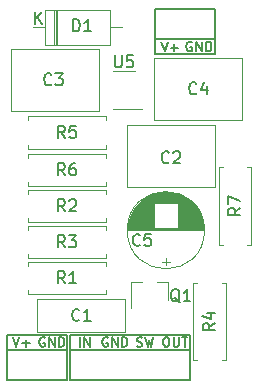
<source format=gto>
%TF.GenerationSoftware,KiCad,Pcbnew,(5.99.0-6613-ge739d5ba65)*%
%TF.CreationDate,2020-10-27T11:12:12+02:00*%
%TF.ProjectId,campanero-lima,63616d70-616e-4657-926f-2d6c696d612e,rev?*%
%TF.SameCoordinates,Original*%
%TF.FileFunction,Legend,Top*%
%TF.FilePolarity,Positive*%
%FSLAX46Y46*%
G04 Gerber Fmt 4.6, Leading zero omitted, Abs format (unit mm)*
G04 Created by KiCad (PCBNEW (5.99.0-6613-ge739d5ba65)) date 2020-10-27 11:12:12*
%MOMM*%
%LPD*%
G01*
G04 APERTURE LIST*
%ADD10C,0.150000*%
%ADD11C,0.120000*%
%ADD12C,0.127000*%
%ADD13C,1.600000*%
%ADD14O,1.600000X1.600000*%
%ADD15R,1.600000X1.600000*%
%ADD16R,2.200000X2.200000*%
%ADD17O,2.200000X2.200000*%
%ADD18R,1.930400X1.930400*%
%ADD19O,1.930400X1.930400*%
%ADD20R,1.060000X0.650000*%
%ADD21R,0.800000X0.900000*%
G04 APERTURE END LIST*
D10*
%TO.C,C2*%
X122936333Y-97512142D02*
X122888714Y-97559761D01*
X122745857Y-97607380D01*
X122650619Y-97607380D01*
X122507761Y-97559761D01*
X122412523Y-97464523D01*
X122364904Y-97369285D01*
X122317285Y-97178809D01*
X122317285Y-97035952D01*
X122364904Y-96845476D01*
X122412523Y-96750238D01*
X122507761Y-96655000D01*
X122650619Y-96607380D01*
X122745857Y-96607380D01*
X122888714Y-96655000D01*
X122936333Y-96702619D01*
X123317285Y-96702619D02*
X123364904Y-96655000D01*
X123460142Y-96607380D01*
X123698238Y-96607380D01*
X123793476Y-96655000D01*
X123841095Y-96702619D01*
X123888714Y-96797857D01*
X123888714Y-96893095D01*
X123841095Y-97035952D01*
X123269666Y-97607380D01*
X123888714Y-97607380D01*
%TO.C,R7*%
X128976380Y-101385666D02*
X128500190Y-101719000D01*
X128976380Y-101957095D02*
X127976380Y-101957095D01*
X127976380Y-101576142D01*
X128024000Y-101480904D01*
X128071619Y-101433285D01*
X128166857Y-101385666D01*
X128309714Y-101385666D01*
X128404952Y-101433285D01*
X128452571Y-101480904D01*
X128500190Y-101576142D01*
X128500190Y-101957095D01*
X127976380Y-101052333D02*
X127976380Y-100385666D01*
X128976380Y-100814238D01*
%TO.C,C5*%
X120483333Y-104497142D02*
X120435714Y-104544761D01*
X120292857Y-104592380D01*
X120197619Y-104592380D01*
X120054761Y-104544761D01*
X119959523Y-104449523D01*
X119911904Y-104354285D01*
X119864285Y-104163809D01*
X119864285Y-104020952D01*
X119911904Y-103830476D01*
X119959523Y-103735238D01*
X120054761Y-103640000D01*
X120197619Y-103592380D01*
X120292857Y-103592380D01*
X120435714Y-103640000D01*
X120483333Y-103687619D01*
X121388095Y-103592380D02*
X120911904Y-103592380D01*
X120864285Y-104068571D01*
X120911904Y-104020952D01*
X121007142Y-103973333D01*
X121245238Y-103973333D01*
X121340476Y-104020952D01*
X121388095Y-104068571D01*
X121435714Y-104163809D01*
X121435714Y-104401904D01*
X121388095Y-104497142D01*
X121340476Y-104544761D01*
X121245238Y-104592380D01*
X121007142Y-104592380D01*
X120911904Y-104544761D01*
X120864285Y-104497142D01*
%TO.C,R4*%
X126817380Y-111164666D02*
X126341190Y-111498000D01*
X126817380Y-111736095D02*
X125817380Y-111736095D01*
X125817380Y-111355142D01*
X125865000Y-111259904D01*
X125912619Y-111212285D01*
X126007857Y-111164666D01*
X126150714Y-111164666D01*
X126245952Y-111212285D01*
X126293571Y-111259904D01*
X126341190Y-111355142D01*
X126341190Y-111736095D01*
X126150714Y-110307523D02*
X126817380Y-110307523D01*
X125769761Y-110545619D02*
X126484047Y-110783714D01*
X126484047Y-110164666D01*
%TO.C,D1*%
X114831904Y-86431380D02*
X114831904Y-85431380D01*
X115070000Y-85431380D01*
X115212857Y-85479000D01*
X115308095Y-85574238D01*
X115355714Y-85669476D01*
X115403333Y-85859952D01*
X115403333Y-86002809D01*
X115355714Y-86193285D01*
X115308095Y-86288523D01*
X115212857Y-86383761D01*
X115070000Y-86431380D01*
X114831904Y-86431380D01*
X116355714Y-86431380D02*
X115784285Y-86431380D01*
X116070000Y-86431380D02*
X116070000Y-85431380D01*
X115974761Y-85574238D01*
X115879523Y-85669476D01*
X115784285Y-85717095D01*
X111625095Y-85796380D02*
X111625095Y-84796380D01*
X112196523Y-85796380D02*
X111767952Y-85224952D01*
X112196523Y-84796380D02*
X111625095Y-85367809D01*
%TO.C,R2*%
X114133333Y-101671380D02*
X113800000Y-101195190D01*
X113561904Y-101671380D02*
X113561904Y-100671380D01*
X113942857Y-100671380D01*
X114038095Y-100719000D01*
X114085714Y-100766619D01*
X114133333Y-100861857D01*
X114133333Y-101004714D01*
X114085714Y-101099952D01*
X114038095Y-101147571D01*
X113942857Y-101195190D01*
X113561904Y-101195190D01*
X114514285Y-100766619D02*
X114561904Y-100719000D01*
X114657142Y-100671380D01*
X114895238Y-100671380D01*
X114990476Y-100719000D01*
X115038095Y-100766619D01*
X115085714Y-100861857D01*
X115085714Y-100957095D01*
X115038095Y-101099952D01*
X114466666Y-101671380D01*
X115085714Y-101671380D01*
%TO.C,C3*%
X112990333Y-90908142D02*
X112942714Y-90955761D01*
X112799857Y-91003380D01*
X112704619Y-91003380D01*
X112561761Y-90955761D01*
X112466523Y-90860523D01*
X112418904Y-90765285D01*
X112371285Y-90574809D01*
X112371285Y-90431952D01*
X112418904Y-90241476D01*
X112466523Y-90146238D01*
X112561761Y-90051000D01*
X112704619Y-90003380D01*
X112799857Y-90003380D01*
X112942714Y-90051000D01*
X112990333Y-90098619D01*
X113323666Y-90003380D02*
X113942714Y-90003380D01*
X113609380Y-90384333D01*
X113752238Y-90384333D01*
X113847476Y-90431952D01*
X113895095Y-90479571D01*
X113942714Y-90574809D01*
X113942714Y-90812904D01*
X113895095Y-90908142D01*
X113847476Y-90955761D01*
X113752238Y-91003380D01*
X113466523Y-91003380D01*
X113371285Y-90955761D01*
X113323666Y-90908142D01*
%TO.C,J3*%
X122644000Y-112337904D02*
X122796380Y-112337904D01*
X122872571Y-112376000D01*
X122948761Y-112452190D01*
X122986857Y-112604571D01*
X122986857Y-112871238D01*
X122948761Y-113023619D01*
X122872571Y-113099809D01*
X122796380Y-113137904D01*
X122644000Y-113137904D01*
X122567809Y-113099809D01*
X122491619Y-113023619D01*
X122453523Y-112871238D01*
X122453523Y-112604571D01*
X122491619Y-112452190D01*
X122567809Y-112376000D01*
X122644000Y-112337904D01*
X123329714Y-112337904D02*
X123329714Y-112985523D01*
X123367809Y-113061714D01*
X123405904Y-113099809D01*
X123482095Y-113137904D01*
X123634476Y-113137904D01*
X123710666Y-113099809D01*
X123748761Y-113061714D01*
X123786857Y-112985523D01*
X123786857Y-112337904D01*
X124053523Y-112337904D02*
X124510666Y-112337904D01*
X124282095Y-113137904D02*
X124282095Y-112337904D01*
X117754476Y-112376000D02*
X117678285Y-112337904D01*
X117564000Y-112337904D01*
X117449714Y-112376000D01*
X117373523Y-112452190D01*
X117335428Y-112528380D01*
X117297333Y-112680761D01*
X117297333Y-112795047D01*
X117335428Y-112947428D01*
X117373523Y-113023619D01*
X117449714Y-113099809D01*
X117564000Y-113137904D01*
X117640190Y-113137904D01*
X117754476Y-113099809D01*
X117792571Y-113061714D01*
X117792571Y-112795047D01*
X117640190Y-112795047D01*
X118135428Y-113137904D02*
X118135428Y-112337904D01*
X118592571Y-113137904D01*
X118592571Y-112337904D01*
X118973523Y-113137904D02*
X118973523Y-112337904D01*
X119164000Y-112337904D01*
X119278285Y-112376000D01*
X119354476Y-112452190D01*
X119392571Y-112528380D01*
X119430666Y-112680761D01*
X119430666Y-112795047D01*
X119392571Y-112947428D01*
X119354476Y-113023619D01*
X119278285Y-113099809D01*
X119164000Y-113137904D01*
X118973523Y-113137904D01*
X115404952Y-113137904D02*
X115404952Y-112337904D01*
X115785904Y-113137904D02*
X115785904Y-112337904D01*
X116243047Y-113137904D01*
X116243047Y-112337904D01*
X120218285Y-113099809D02*
X120332571Y-113137904D01*
X120523047Y-113137904D01*
X120599238Y-113099809D01*
X120637333Y-113061714D01*
X120675428Y-112985523D01*
X120675428Y-112909333D01*
X120637333Y-112833142D01*
X120599238Y-112795047D01*
X120523047Y-112756952D01*
X120370666Y-112718857D01*
X120294476Y-112680761D01*
X120256380Y-112642666D01*
X120218285Y-112566476D01*
X120218285Y-112490285D01*
X120256380Y-112414095D01*
X120294476Y-112376000D01*
X120370666Y-112337904D01*
X120561142Y-112337904D01*
X120675428Y-112376000D01*
X120942095Y-112337904D02*
X121132571Y-113137904D01*
X121284952Y-112566476D01*
X121437333Y-113137904D01*
X121627809Y-112337904D01*
%TO.C,C1*%
X115363333Y-110847142D02*
X115315714Y-110894761D01*
X115172857Y-110942380D01*
X115077619Y-110942380D01*
X114934761Y-110894761D01*
X114839523Y-110799523D01*
X114791904Y-110704285D01*
X114744285Y-110513809D01*
X114744285Y-110370952D01*
X114791904Y-110180476D01*
X114839523Y-110085238D01*
X114934761Y-109990000D01*
X115077619Y-109942380D01*
X115172857Y-109942380D01*
X115315714Y-109990000D01*
X115363333Y-110037619D01*
X116315714Y-110942380D02*
X115744285Y-110942380D01*
X116030000Y-110942380D02*
X116030000Y-109942380D01*
X115934761Y-110085238D01*
X115839523Y-110180476D01*
X115744285Y-110228095D01*
%TO.C,R6*%
X114133333Y-98623380D02*
X113800000Y-98147190D01*
X113561904Y-98623380D02*
X113561904Y-97623380D01*
X113942857Y-97623380D01*
X114038095Y-97671000D01*
X114085714Y-97718619D01*
X114133333Y-97813857D01*
X114133333Y-97956714D01*
X114085714Y-98051952D01*
X114038095Y-98099571D01*
X113942857Y-98147190D01*
X113561904Y-98147190D01*
X114990476Y-97623380D02*
X114800000Y-97623380D01*
X114704761Y-97671000D01*
X114657142Y-97718619D01*
X114561904Y-97861476D01*
X114514285Y-98051952D01*
X114514285Y-98432904D01*
X114561904Y-98528142D01*
X114609523Y-98575761D01*
X114704761Y-98623380D01*
X114895238Y-98623380D01*
X114990476Y-98575761D01*
X115038095Y-98528142D01*
X115085714Y-98432904D01*
X115085714Y-98194809D01*
X115038095Y-98099571D01*
X114990476Y-98051952D01*
X114895238Y-98004333D01*
X114704761Y-98004333D01*
X114609523Y-98051952D01*
X114561904Y-98099571D01*
X114514285Y-98194809D01*
%TO.C,J1*%
X122301095Y-87318904D02*
X122567761Y-88118904D01*
X122834428Y-87318904D01*
X123101095Y-87814142D02*
X123710619Y-87814142D01*
X123405857Y-88118904D02*
X123405857Y-87509380D01*
X124866476Y-87357000D02*
X124790285Y-87318904D01*
X124676000Y-87318904D01*
X124561714Y-87357000D01*
X124485523Y-87433190D01*
X124447428Y-87509380D01*
X124409333Y-87661761D01*
X124409333Y-87776047D01*
X124447428Y-87928428D01*
X124485523Y-88004619D01*
X124561714Y-88080809D01*
X124676000Y-88118904D01*
X124752190Y-88118904D01*
X124866476Y-88080809D01*
X124904571Y-88042714D01*
X124904571Y-87776047D01*
X124752190Y-87776047D01*
X125247428Y-88118904D02*
X125247428Y-87318904D01*
X125704571Y-88118904D01*
X125704571Y-87318904D01*
X126085523Y-88118904D02*
X126085523Y-87318904D01*
X126276000Y-87318904D01*
X126390285Y-87357000D01*
X126466476Y-87433190D01*
X126504571Y-87509380D01*
X126542666Y-87661761D01*
X126542666Y-87776047D01*
X126504571Y-87928428D01*
X126466476Y-88004619D01*
X126390285Y-88080809D01*
X126276000Y-88118904D01*
X126085523Y-88118904D01*
%TO.C,U5*%
X118364095Y-88479380D02*
X118364095Y-89288904D01*
X118411714Y-89384142D01*
X118459333Y-89431761D01*
X118554571Y-89479380D01*
X118745047Y-89479380D01*
X118840285Y-89431761D01*
X118887904Y-89384142D01*
X118935523Y-89288904D01*
X118935523Y-88479380D01*
X119887904Y-88479380D02*
X119411714Y-88479380D01*
X119364095Y-88955571D01*
X119411714Y-88907952D01*
X119506952Y-88860333D01*
X119745047Y-88860333D01*
X119840285Y-88907952D01*
X119887904Y-88955571D01*
X119935523Y-89050809D01*
X119935523Y-89288904D01*
X119887904Y-89384142D01*
X119840285Y-89431761D01*
X119745047Y-89479380D01*
X119506952Y-89479380D01*
X119411714Y-89431761D01*
X119364095Y-89384142D01*
%TO.C,J2*%
X112420476Y-112376000D02*
X112344285Y-112337904D01*
X112230000Y-112337904D01*
X112115714Y-112376000D01*
X112039523Y-112452190D01*
X112001428Y-112528380D01*
X111963333Y-112680761D01*
X111963333Y-112795047D01*
X112001428Y-112947428D01*
X112039523Y-113023619D01*
X112115714Y-113099809D01*
X112230000Y-113137904D01*
X112306190Y-113137904D01*
X112420476Y-113099809D01*
X112458571Y-113061714D01*
X112458571Y-112795047D01*
X112306190Y-112795047D01*
X112801428Y-113137904D02*
X112801428Y-112337904D01*
X113258571Y-113137904D01*
X113258571Y-112337904D01*
X113639523Y-113137904D02*
X113639523Y-112337904D01*
X113830000Y-112337904D01*
X113944285Y-112376000D01*
X114020476Y-112452190D01*
X114058571Y-112528380D01*
X114096666Y-112680761D01*
X114096666Y-112795047D01*
X114058571Y-112947428D01*
X114020476Y-113023619D01*
X113944285Y-113099809D01*
X113830000Y-113137904D01*
X113639523Y-113137904D01*
X109728095Y-112337904D02*
X109994761Y-113137904D01*
X110261428Y-112337904D01*
X110528095Y-112833142D02*
X111137619Y-112833142D01*
X110832857Y-113137904D02*
X110832857Y-112528380D01*
%TO.C,R5*%
X114133333Y-95448380D02*
X113800000Y-94972190D01*
X113561904Y-95448380D02*
X113561904Y-94448380D01*
X113942857Y-94448380D01*
X114038095Y-94496000D01*
X114085714Y-94543619D01*
X114133333Y-94638857D01*
X114133333Y-94781714D01*
X114085714Y-94876952D01*
X114038095Y-94924571D01*
X113942857Y-94972190D01*
X113561904Y-94972190D01*
X115038095Y-94448380D02*
X114561904Y-94448380D01*
X114514285Y-94924571D01*
X114561904Y-94876952D01*
X114657142Y-94829333D01*
X114895238Y-94829333D01*
X114990476Y-94876952D01*
X115038095Y-94924571D01*
X115085714Y-95019809D01*
X115085714Y-95257904D01*
X115038095Y-95353142D01*
X114990476Y-95400761D01*
X114895238Y-95448380D01*
X114657142Y-95448380D01*
X114561904Y-95400761D01*
X114514285Y-95353142D01*
%TO.C,R1*%
X114133333Y-107767380D02*
X113800000Y-107291190D01*
X113561904Y-107767380D02*
X113561904Y-106767380D01*
X113942857Y-106767380D01*
X114038095Y-106815000D01*
X114085714Y-106862619D01*
X114133333Y-106957857D01*
X114133333Y-107100714D01*
X114085714Y-107195952D01*
X114038095Y-107243571D01*
X113942857Y-107291190D01*
X113561904Y-107291190D01*
X115085714Y-107767380D02*
X114514285Y-107767380D01*
X114800000Y-107767380D02*
X114800000Y-106767380D01*
X114704761Y-106910238D01*
X114609523Y-107005476D01*
X114514285Y-107053095D01*
%TO.C,C4*%
X125269333Y-91670142D02*
X125221714Y-91717761D01*
X125078857Y-91765380D01*
X124983619Y-91765380D01*
X124840761Y-91717761D01*
X124745523Y-91622523D01*
X124697904Y-91527285D01*
X124650285Y-91336809D01*
X124650285Y-91193952D01*
X124697904Y-91003476D01*
X124745523Y-90908238D01*
X124840761Y-90813000D01*
X124983619Y-90765380D01*
X125078857Y-90765380D01*
X125221714Y-90813000D01*
X125269333Y-90860619D01*
X126126476Y-91098714D02*
X126126476Y-91765380D01*
X125888380Y-90717761D02*
X125650285Y-91432047D01*
X126269333Y-91432047D01*
%TO.C,Q1*%
X123856761Y-109386619D02*
X123761523Y-109339000D01*
X123666285Y-109243761D01*
X123523428Y-109100904D01*
X123428190Y-109053285D01*
X123332952Y-109053285D01*
X123380571Y-109291380D02*
X123285333Y-109243761D01*
X123190095Y-109148523D01*
X123142476Y-108958047D01*
X123142476Y-108624714D01*
X123190095Y-108434238D01*
X123285333Y-108339000D01*
X123380571Y-108291380D01*
X123571047Y-108291380D01*
X123666285Y-108339000D01*
X123761523Y-108434238D01*
X123809142Y-108624714D01*
X123809142Y-108958047D01*
X123761523Y-109148523D01*
X123666285Y-109243761D01*
X123571047Y-109291380D01*
X123380571Y-109291380D01*
X124761523Y-109291380D02*
X124190095Y-109291380D01*
X124475809Y-109291380D02*
X124475809Y-108291380D01*
X124380571Y-108434238D01*
X124285333Y-108529476D01*
X124190095Y-108577095D01*
%TO.C,R3*%
X114133333Y-104719380D02*
X113800000Y-104243190D01*
X113561904Y-104719380D02*
X113561904Y-103719380D01*
X113942857Y-103719380D01*
X114038095Y-103767000D01*
X114085714Y-103814619D01*
X114133333Y-103909857D01*
X114133333Y-104052714D01*
X114085714Y-104147952D01*
X114038095Y-104195571D01*
X113942857Y-104243190D01*
X113561904Y-104243190D01*
X114466666Y-103719380D02*
X115085714Y-103719380D01*
X114752380Y-104100333D01*
X114895238Y-104100333D01*
X114990476Y-104147952D01*
X115038095Y-104195571D01*
X115085714Y-104290809D01*
X115085714Y-104528904D01*
X115038095Y-104624142D01*
X114990476Y-104671761D01*
X114895238Y-104719380D01*
X114609523Y-104719380D01*
X114514285Y-104671761D01*
X114466666Y-104624142D01*
D11*
%TO.C,C2*%
X126823000Y-99648000D02*
X119383000Y-99648000D01*
X119383000Y-99648000D02*
X119383000Y-94408000D01*
X126823000Y-99648000D02*
X126823000Y-94408000D01*
X126823000Y-94408000D02*
X119383000Y-94408000D01*
%TO.C,R7*%
X127154000Y-97949000D02*
X127484000Y-97949000D01*
X129564000Y-104489000D02*
X129894000Y-104489000D01*
X129894000Y-104489000D02*
X129894000Y-97949000D01*
X127154000Y-104489000D02*
X127154000Y-97949000D01*
X127484000Y-104489000D02*
X127154000Y-104489000D01*
X129894000Y-97949000D02*
X129564000Y-97949000D01*
%TO.C,C5*%
X120906000Y-100550000D02*
X124458000Y-100550000D01*
X120968000Y-100510000D02*
X124396000Y-100510000D01*
X119649000Y-102150000D02*
X121642000Y-102150000D01*
X120848000Y-100590000D02*
X124516000Y-100590000D01*
X120377000Y-100990000D02*
X121642000Y-100990000D01*
X123722000Y-101430000D02*
X125346000Y-101430000D01*
X119471000Y-102911000D02*
X121642000Y-102911000D01*
X119476000Y-102871000D02*
X121642000Y-102871000D01*
X121250000Y-100350000D02*
X124114000Y-100350000D01*
X119493000Y-102751000D02*
X121642000Y-102751000D01*
X123722000Y-101310000D02*
X125260000Y-101310000D01*
X119454000Y-103151000D02*
X125910000Y-103151000D01*
X119455000Y-103111000D02*
X125909000Y-103111000D01*
X121101000Y-100430000D02*
X124263000Y-100430000D01*
X121880000Y-100110000D02*
X123484000Y-100110000D01*
X119608000Y-102270000D02*
X121642000Y-102270000D01*
X123722000Y-101270000D02*
X125230000Y-101270000D01*
X123722000Y-101350000D02*
X125289000Y-101350000D01*
X120018000Y-101430000D02*
X121642000Y-101430000D01*
X120046000Y-101390000D02*
X121642000Y-101390000D01*
X123722000Y-102230000D02*
X125743000Y-102230000D01*
X123722000Y-102110000D02*
X125700000Y-102110000D01*
X119940000Y-101550000D02*
X121642000Y-101550000D01*
X123722000Y-101190000D02*
X125166000Y-101190000D01*
X123722000Y-101910000D02*
X125616000Y-101910000D01*
X119452000Y-103271000D02*
X125912000Y-103271000D01*
X119460000Y-103031000D02*
X121642000Y-103031000D01*
X119464000Y-102991000D02*
X121642000Y-102991000D01*
X121173000Y-100390000D02*
X124191000Y-100390000D01*
X119848000Y-101710000D02*
X121642000Y-101710000D01*
X123722000Y-102711000D02*
X125864000Y-102711000D01*
X119532000Y-102550000D02*
X121642000Y-102550000D01*
X119523000Y-102591000D02*
X121642000Y-102591000D01*
X120687000Y-100710000D02*
X124677000Y-100710000D01*
X123722000Y-102150000D02*
X125715000Y-102150000D01*
X123722000Y-101390000D02*
X125318000Y-101390000D01*
X123722000Y-101590000D02*
X125448000Y-101590000D01*
X123722000Y-102631000D02*
X125849000Y-102631000D01*
X122682000Y-106238000D02*
X122682000Y-105608000D01*
X123722000Y-102510000D02*
X125823000Y-102510000D01*
X119584000Y-102350000D02*
X121642000Y-102350000D01*
X119730000Y-101950000D02*
X121642000Y-101950000D01*
X119748000Y-101910000D02*
X121642000Y-101910000D01*
X119806000Y-101790000D02*
X121642000Y-101790000D01*
X120266000Y-101110000D02*
X121642000Y-101110000D01*
X119664000Y-102110000D02*
X121642000Y-102110000D01*
X120339000Y-101030000D02*
X121642000Y-101030000D01*
X120104000Y-101310000D02*
X121642000Y-101310000D01*
X123722000Y-102310000D02*
X125768000Y-102310000D01*
X120302000Y-101070000D02*
X121642000Y-101070000D01*
X119712000Y-101990000D02*
X121642000Y-101990000D01*
X123722000Y-102751000D02*
X125871000Y-102751000D01*
X123722000Y-101830000D02*
X125578000Y-101830000D01*
X121623000Y-100190000D02*
X123741000Y-100190000D01*
X123722000Y-102991000D02*
X125900000Y-102991000D01*
X120545000Y-100830000D02*
X124819000Y-100830000D01*
X123722000Y-102190000D02*
X125729000Y-102190000D01*
X123722000Y-101030000D02*
X125025000Y-101030000D01*
X123722000Y-101510000D02*
X125398000Y-101510000D01*
X123722000Y-102591000D02*
X125841000Y-102591000D01*
X119551000Y-102470000D02*
X121642000Y-102470000D01*
X123722000Y-101110000D02*
X125098000Y-101110000D01*
X123722000Y-102831000D02*
X125883000Y-102831000D01*
X122049000Y-100070000D02*
X123315000Y-100070000D01*
X119481000Y-102831000D02*
X121642000Y-102831000D01*
X123722000Y-102430000D02*
X125803000Y-102430000D01*
X119458000Y-103071000D02*
X125906000Y-103071000D01*
X121332000Y-100310000D02*
X124032000Y-100310000D01*
X119826000Y-101750000D02*
X121642000Y-101750000D01*
X119507000Y-102671000D02*
X121642000Y-102671000D01*
X121032000Y-100470000D02*
X124332000Y-100470000D01*
X123722000Y-101750000D02*
X125538000Y-101750000D01*
X123722000Y-101550000D02*
X125424000Y-101550000D01*
X123722000Y-102350000D02*
X125780000Y-102350000D01*
X121517000Y-100230000D02*
X123847000Y-100230000D01*
X123722000Y-101670000D02*
X125494000Y-101670000D01*
X119500000Y-102711000D02*
X121642000Y-102711000D01*
X120500000Y-100870000D02*
X124864000Y-100870000D01*
X119487000Y-102791000D02*
X121642000Y-102791000D01*
X123722000Y-102791000D02*
X125877000Y-102791000D01*
X119786000Y-101830000D02*
X121642000Y-101830000D01*
X123722000Y-101950000D02*
X125634000Y-101950000D01*
X123722000Y-101470000D02*
X125372000Y-101470000D01*
X123722000Y-102871000D02*
X125888000Y-102871000D01*
X123722000Y-102390000D02*
X125792000Y-102390000D01*
X122367000Y-105923000D02*
X122997000Y-105923000D01*
X120075000Y-101350000D02*
X121642000Y-101350000D01*
X119452000Y-103191000D02*
X125912000Y-103191000D01*
X123722000Y-101070000D02*
X125062000Y-101070000D01*
X121742000Y-100150000D02*
X123622000Y-100150000D01*
X120232000Y-101150000D02*
X121642000Y-101150000D01*
X123722000Y-102470000D02*
X125813000Y-102470000D01*
X120590000Y-100790000D02*
X124774000Y-100790000D01*
X123722000Y-101990000D02*
X125652000Y-101990000D01*
X123722000Y-101710000D02*
X125516000Y-101710000D01*
X123722000Y-102070000D02*
X125684000Y-102070000D01*
X119596000Y-102310000D02*
X121642000Y-102310000D01*
X120738000Y-100670000D02*
X124626000Y-100670000D01*
X123722000Y-102951000D02*
X125897000Y-102951000D01*
X119892000Y-101630000D02*
X121642000Y-101630000D01*
X123722000Y-101230000D02*
X125198000Y-101230000D01*
X123722000Y-102550000D02*
X125832000Y-102550000D01*
X119635000Y-102190000D02*
X121642000Y-102190000D01*
X119621000Y-102230000D02*
X121642000Y-102230000D01*
X123722000Y-101870000D02*
X125598000Y-101870000D01*
X122280000Y-100030000D02*
X123084000Y-100030000D01*
X123722000Y-101150000D02*
X125132000Y-101150000D01*
X123722000Y-102671000D02*
X125857000Y-102671000D01*
X119680000Y-102070000D02*
X121642000Y-102070000D01*
X123722000Y-102270000D02*
X125756000Y-102270000D01*
X119467000Y-102951000D02*
X121642000Y-102951000D01*
X120198000Y-101190000D02*
X121642000Y-101190000D01*
X123722000Y-100990000D02*
X124987000Y-100990000D01*
X119541000Y-102510000D02*
X121642000Y-102510000D01*
X123722000Y-102911000D02*
X125893000Y-102911000D01*
X119561000Y-102430000D02*
X121642000Y-102430000D01*
X123722000Y-102030000D02*
X125668000Y-102030000D01*
X119766000Y-101870000D02*
X121642000Y-101870000D01*
X119870000Y-101670000D02*
X121642000Y-101670000D01*
X119992000Y-101470000D02*
X121642000Y-101470000D01*
X120166000Y-101230000D02*
X121642000Y-101230000D01*
X120458000Y-100910000D02*
X124906000Y-100910000D01*
X121420000Y-100270000D02*
X123944000Y-100270000D01*
X119916000Y-101590000D02*
X121642000Y-101590000D01*
X123722000Y-101790000D02*
X125558000Y-101790000D01*
X120134000Y-101270000D02*
X121642000Y-101270000D01*
X120638000Y-100750000D02*
X124726000Y-100750000D01*
X119515000Y-102631000D02*
X121642000Y-102631000D01*
X119572000Y-102390000D02*
X121642000Y-102390000D01*
X120417000Y-100950000D02*
X124947000Y-100950000D01*
X119966000Y-101510000D02*
X121642000Y-101510000D01*
X123722000Y-101630000D02*
X125472000Y-101630000D01*
X123722000Y-103031000D02*
X125904000Y-103031000D01*
X119696000Y-102030000D02*
X121642000Y-102030000D01*
X120792000Y-100630000D02*
X124572000Y-100630000D01*
X119452000Y-103231000D02*
X125912000Y-103231000D01*
X125952000Y-103271000D02*
G75*
G03*
X125952000Y-103271000I-3270000J0D01*
G01*
%TO.C,R4*%
X127405000Y-107728000D02*
X127735000Y-107728000D01*
X125325000Y-107728000D02*
X124995000Y-107728000D01*
X127735000Y-114268000D02*
X127405000Y-114268000D01*
X124995000Y-114268000D02*
X125325000Y-114268000D01*
X127735000Y-107728000D02*
X127735000Y-114268000D01*
X124995000Y-107728000D02*
X124995000Y-114268000D01*
%TO.C,D1*%
X113489000Y-84636000D02*
X113489000Y-87576000D01*
X118929000Y-86106000D02*
X117909000Y-86106000D01*
X117909000Y-87576000D02*
X117909000Y-84636000D01*
X111449000Y-86106000D02*
X112469000Y-86106000D01*
X113249000Y-84636000D02*
X113249000Y-87576000D01*
X112469000Y-84636000D02*
X112469000Y-87576000D01*
X112469000Y-87576000D02*
X117909000Y-87576000D01*
X113369000Y-84636000D02*
X113369000Y-87576000D01*
X117909000Y-84636000D02*
X112469000Y-84636000D01*
%TO.C,R2*%
X117570000Y-102259000D02*
X117570000Y-102589000D01*
X117570000Y-102589000D02*
X111030000Y-102589000D01*
X117570000Y-100179000D02*
X117570000Y-99849000D01*
X117570000Y-99849000D02*
X111030000Y-99849000D01*
X111030000Y-102589000D02*
X111030000Y-102259000D01*
X111030000Y-99849000D02*
X111030000Y-100179000D01*
%TO.C,C3*%
X109604000Y-93171000D02*
X109604000Y-87931000D01*
X117044000Y-93171000D02*
X109604000Y-93171000D01*
X117044000Y-87931000D02*
X109604000Y-87931000D01*
X117044000Y-93171000D02*
X117044000Y-87931000D01*
D12*
%TO.C,J3*%
X114554000Y-115951000D02*
X114554000Y-113411000D01*
X124714000Y-115951000D02*
X114554000Y-115951000D01*
X124714000Y-115951000D02*
X124714000Y-113411000D01*
X124714000Y-113411000D02*
X124714000Y-112141000D01*
X114554000Y-113411000D02*
X124714000Y-113411000D01*
X124714000Y-112141000D02*
X114554000Y-112141000D01*
X114554000Y-113411000D02*
X114554000Y-112141000D01*
D11*
%TO.C,C1*%
X111810000Y-109120000D02*
X111810000Y-111860000D01*
X111810000Y-109120000D02*
X119250000Y-109120000D01*
X119250000Y-109120000D02*
X119250000Y-111860000D01*
X111810000Y-111860000D02*
X119250000Y-111860000D01*
%TO.C,R6*%
X111030000Y-99211000D02*
X111030000Y-99541000D01*
X117570000Y-96801000D02*
X117570000Y-97131000D01*
X117570000Y-99541000D02*
X117570000Y-99211000D01*
X111030000Y-97131000D02*
X111030000Y-96801000D01*
X111030000Y-96801000D02*
X117570000Y-96801000D01*
X111030000Y-99541000D02*
X117570000Y-99541000D01*
D12*
%TO.C,J1*%
X121793000Y-88392000D02*
X121793000Y-87122000D01*
X121793000Y-87122000D02*
X121793000Y-84582000D01*
X126873000Y-87122000D02*
X126873000Y-84582000D01*
X126873000Y-88392000D02*
X121793000Y-88392000D01*
X126873000Y-88392000D02*
X126873000Y-87122000D01*
X121793000Y-84582000D02*
X126873000Y-84582000D01*
X126873000Y-87122000D02*
X121793000Y-87122000D01*
D11*
%TO.C,U5*%
X118226000Y-93050000D02*
X120676000Y-93050000D01*
X120026000Y-89830000D02*
X118226000Y-89830000D01*
D12*
%TO.C,J2*%
X114300000Y-115951000D02*
X109220000Y-115951000D01*
X109220000Y-115951000D02*
X109220000Y-113411000D01*
X109220000Y-113411000D02*
X109220000Y-112141000D01*
X114300000Y-112141000D02*
X109220000Y-112141000D01*
X114300000Y-115951000D02*
X114300000Y-113411000D01*
X109220000Y-113411000D02*
X114300000Y-113411000D01*
X114300000Y-113411000D02*
X114300000Y-112141000D01*
D11*
%TO.C,R5*%
X111030000Y-96366000D02*
X117570000Y-96366000D01*
X111030000Y-93626000D02*
X117570000Y-93626000D01*
X111030000Y-93956000D02*
X111030000Y-93626000D01*
X111030000Y-96036000D02*
X111030000Y-96366000D01*
X117570000Y-96366000D02*
X117570000Y-96036000D01*
X117570000Y-93626000D02*
X117570000Y-93956000D01*
%TO.C,R1*%
X111030000Y-106275000D02*
X111030000Y-105945000D01*
X117570000Y-108685000D02*
X117570000Y-108355000D01*
X117570000Y-105945000D02*
X117570000Y-106275000D01*
X111030000Y-105945000D02*
X117570000Y-105945000D01*
X111030000Y-108685000D02*
X117570000Y-108685000D01*
X111030000Y-108355000D02*
X111030000Y-108685000D01*
%TO.C,C4*%
X121716000Y-88693000D02*
X129156000Y-88693000D01*
X129156000Y-88693000D02*
X129156000Y-93933000D01*
X121716000Y-88693000D02*
X121716000Y-93933000D01*
X121716000Y-93933000D02*
X129156000Y-93933000D01*
%TO.C,Q1*%
X122865000Y-107698000D02*
X122865000Y-109158000D01*
X122865000Y-107698000D02*
X121935000Y-107698000D01*
X119705000Y-107698000D02*
X119705000Y-109858000D01*
X119705000Y-107698000D02*
X120635000Y-107698000D01*
%TO.C,R3*%
X117570000Y-102897000D02*
X117570000Y-103227000D01*
X111030000Y-102897000D02*
X117570000Y-102897000D01*
X117570000Y-105637000D02*
X117570000Y-105307000D01*
X111030000Y-103227000D02*
X111030000Y-102897000D01*
X111030000Y-105307000D02*
X111030000Y-105637000D01*
X111030000Y-105637000D02*
X117570000Y-105637000D01*
%TD*%
%LPC*%
D13*
%TO.C,C2*%
X125603000Y-97028000D03*
X120603000Y-97028000D03*
%TD*%
%TO.C,R7*%
X128524000Y-105029000D03*
D14*
X128524000Y-97409000D03*
%TD*%
D15*
%TO.C,C5*%
X122682000Y-104521000D03*
D13*
X122682000Y-102021000D03*
%TD*%
%TO.C,R4*%
X126365000Y-107188000D03*
D14*
X126365000Y-114808000D03*
%TD*%
D16*
%TO.C,D1*%
X110109000Y-86106000D03*
D17*
X120269000Y-86106000D03*
%TD*%
D13*
%TO.C,R2*%
X118110000Y-101219000D03*
D14*
X110490000Y-101219000D03*
%TD*%
D13*
%TO.C,C3*%
X115824000Y-90551000D03*
X110824000Y-90551000D03*
%TD*%
D18*
%TO.C,J3*%
X115824000Y-114681000D03*
D19*
X118364000Y-114681000D03*
X120904000Y-114681000D03*
X123444000Y-114681000D03*
%TD*%
D13*
%TO.C,C1*%
X113030000Y-110490000D03*
X118030000Y-110490000D03*
%TD*%
%TO.C,R6*%
X110490000Y-98171000D03*
D14*
X118110000Y-98171000D03*
%TD*%
D18*
%TO.C,J1*%
X123063000Y-85852000D03*
D19*
X125603000Y-85852000D03*
%TD*%
D20*
%TO.C,U5*%
X120226000Y-92390000D03*
X120226000Y-91440000D03*
X120226000Y-90490000D03*
X118026000Y-90490000D03*
X118026000Y-92390000D03*
%TD*%
D18*
%TO.C,J2*%
X110490000Y-114681000D03*
D19*
X113030000Y-114681000D03*
%TD*%
D13*
%TO.C,R5*%
X110490000Y-94996000D03*
D14*
X118110000Y-94996000D03*
%TD*%
D13*
%TO.C,R1*%
X110490000Y-107315000D03*
D14*
X118110000Y-107315000D03*
%TD*%
D13*
%TO.C,C4*%
X122936000Y-91313000D03*
X127936000Y-91313000D03*
%TD*%
D21*
%TO.C,Q1*%
X120335000Y-109458000D03*
X122235000Y-109458000D03*
X121285000Y-107458000D03*
%TD*%
D13*
%TO.C,R3*%
X110490000Y-104267000D03*
D14*
X118110000Y-104267000D03*
%TD*%
M02*

</source>
